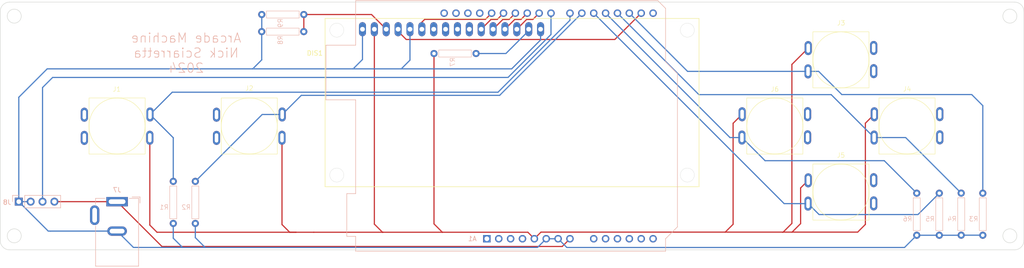
<source format=kicad_pcb>
(kicad_pcb (version 20221018) (generator pcbnew)
  (layers (0 "F.Cu" signal) (31 "B.Cu" signal) (34 "B.Paste" user) (35 "F.Paste" user) (36 "B.SilkS" user "B.Silkscreen") (37 "F.SilkS" user "F.Silkscreen") (38 "B.Mask" user) (39 "F.Mask" user) (44 "Edge.Cuts" user))
  (net 0 "")
  (net 5 "/5V")
  (net 6 "/Black_btn")
  (net 7 "/12V")
  (net 20 "/GND")
  (net 32 "/LED_data")
  (net 33 "/White_btn")
  (net 34 "/Yellow_btn")
  (net 35 "/Red_btn")
  (net 36 "/Green_btn")
  (net 37 "/Blue_btn")
  (net 38 "Net-(DIS1-PadP$15)")
  (net 43 "/RS")
  (net 44 "/EN")
  (net 45 "/DB7")
  (net 46 "/DB6")
  (net 47 "/DB5")
  (net 48 "/DB4")
  (net 49 "/Vo")
  (footprint "Arduino:led_matrix_button" (layer "F.Cu") (at 179.86 40.64)
    (fp_text reference "J5" (at 0 -7.87 unlocked) (layer "F.SilkS") (effects (font (thickness 0.1))))
    (fp_text value "Green Button")
    (fp_rect (start -6 -6) (end 6 6) (stroke (width 0.1)) (fill none) (layer "F.SilkS"))
    (fp_circle (center 0 0) (end 6 0) (stroke (width 0.1)) (fill none) (layer "F.SilkS"))
    (pad "1" thru_hole oval (at -7 -2.51) (size 1.524 3) (drill oval 0.762 2) (layers "*.Cu" "*.Mask") (net 5 "/5V"))
    (pad "2" thru_hole oval (at 7.01 -2.54) (size 1.524 3) (drill oval 0.762 2) (layers "*.Cu" "*.Mask"))
    (pad "3" thru_hole oval (at -7.04 2.47) (size 1.524 3) (drill oval 0.762 2) (layers "*.Cu" "*.Mask") (net 36 "/Green_btn"))
    (pad "4" thru_hole oval (at 7.01 2.42) (size 1.524 3) (drill oval 0.762 2) (layers "*.Cu" "*.Mask"))
  )
  (footprint "Arduino:led_matrix_button" (layer "F.Cu") (at 25 26.51 180)
    (fp_text reference "J1" (at 0.07 7.866 unlocked) (layer "F.SilkS") (effects (font (thickness 0.1))))
    (fp_text value "Black Button")
    (fp_rect (start -6 -6) (end 6 6) (stroke (width 0.1)) (fill none) (layer "F.SilkS"))
    (fp_circle (center 0 0) (end 6 0) (stroke (width 0.1)) (fill none) (layer "F.SilkS"))
    (pad "1" thru_hole oval (at -7 -2.51 180) (size 1.524 3) (drill oval 0.762 2) (layers "*.Cu" "*.Mask") (net 5 "/5V"))
    (pad "2" thru_hole oval (at 7.01 -2.54 180) (size 1.524 3) (drill oval 0.762 2) (layers "*.Cu" "*.Mask"))
    (pad "3" thru_hole oval (at -7.04 2.47 180) (size 1.524 3) (drill oval 0.762 2) (layers "*.Cu" "*.Mask") (net 6 "/Black_btn"))
    (pad "4" thru_hole oval (at 7.01 2.42 180) (size 1.524 3) (drill oval 0.762 2) (layers "*.Cu" "*.Mask"))
  )
  (footprint "Arduino:led_matrix_button" (layer "F.Cu") (at 194 26.51)
    (fp_text reference "J4" (at 0.02 -7.92 unlocked) (layer "F.SilkS") (effects (font (thickness 0.1))))
    (fp_text value "Red Button")
    (fp_rect (start -6 -6) (end 6 6) (stroke (width 0.1)) (fill none) (layer "F.SilkS"))
    (fp_circle (center 0 0) (end 6 0) (stroke (width 0.1)) (fill none) (layer "F.SilkS"))
    (pad "1" thru_hole oval (at -7 -2.51) (size 1.524 3) (drill oval 0.762 2) (layers "*.Cu" "*.Mask") (net 5 "/5V"))
    (pad "2" thru_hole oval (at 7.01 -2.54) (size 1.524 3) (drill oval 0.762 2) (layers "*.Cu" "*.Mask"))
    (pad "3" thru_hole oval (at -7.04 2.47) (size 1.524 3) (drill oval 0.762 2) (layers "*.Cu" "*.Mask") (net 35 "/Red_btn"))
    (pad "4" thru_hole oval (at 7.01 2.42) (size 1.524 3) (drill oval 0.762 2) (layers "*.Cu" "*.Mask"))
  )
  (footprint "Arduino:led_matrix_button" (layer "F.Cu") (at 165.72 26.51)
    (fp_text reference "J6" (at -0.01 -7.86 unlocked) (layer "F.SilkS") (effects (font (thickness 0.1))))
    (fp_text value "Blue Button")
    (fp_rect (start -6 -6) (end 6 6) (stroke (width 0.1)) (fill none) (layer "F.SilkS"))
    (fp_circle (center 0 0) (end 6 0) (stroke (width 0.1)) (fill none) (layer "F.SilkS"))
    (pad "1" thru_hole oval (at -7 -2.51) (size 1.524 3) (drill oval 0.762 2) (layers "*.Cu" "*.Mask") (net 5 "/5V"))
    (pad "2" thru_hole oval (at 7.01 -2.54) (size 1.524 3) (drill oval 0.762 2) (layers "*.Cu" "*.Mask"))
    (pad "3" thru_hole oval (at -7.04 2.47) (size 1.524 3) (drill oval 0.762 2) (layers "*.Cu" "*.Mask") (net 37 "/Blue_btn"))
    (pad "4" thru_hole oval (at 7.01 2.42) (size 1.524 3) (drill oval 0.762 2) (layers "*.Cu" "*.Mask"))
  )
  (footprint "Arduino:led_matrix_button" (layer "F.Cu") (at 53.28 26.51 180)
    (fp_text reference "J2" (at -0.01 8.065999 unlocked) (layer "F.SilkS") (effects (font (thickness 0.1))))
    (fp_text value "White Button")
    (fp_rect (start -6 -6) (end 6 6) (stroke (width 0.1)) (fill none) (layer "F.SilkS"))
    (fp_circle (center 0 0) (end 6 0) (stroke (width 0.1)) (fill none) (layer "F.SilkS"))
    (pad "1" thru_hole oval (at -7 -2.51 180) (size 1.524 3) (drill oval 0.762 2) (layers "*.Cu" "*.Mask") (net 5 "/5V"))
    (pad "2" thru_hole oval (at 7.01 -2.54 180) (size 1.524 3) (drill oval 0.762 2) (layers "*.Cu" "*.Mask"))
    (pad "3" thru_hole oval (at -7.04 2.47 180) (size 1.524 3) (drill oval 0.762 2) (layers "*.Cu" "*.Mask") (net 33 "/White_btn"))
    (pad "4" thru_hole oval (at 7.01 2.42 180) (size 1.524 3) (drill oval 0.762 2) (layers "*.Cu" "*.Mask"))
  )
  (footprint "Arduino:led_matrix_button" (layer "F.Cu") (at 179.86 12.35)
    (fp_text reference "J3" (at 0.035 -7.88 unlocked) (layer "F.SilkS") (effects (font (thickness 0.1))))
    (fp_text value "Yellow Button")
    (fp_rect (start -6 -6) (end 6 6) (stroke (width 0.1)) (fill none) (layer "F.SilkS"))
    (fp_circle (center 0 0) (end 6 0) (stroke (width 0.1)) (fill none) (layer "F.SilkS"))
    (pad "1" thru_hole oval (at -7 -2.51) (size 1.524 3) (drill oval 0.762 2) (layers "*.Cu" "*.Mask") (net 5 "/5V"))
    (pad "2" thru_hole oval (at 7.01 -2.54) (size 1.524 3) (drill oval 0.762 2) (layers "*.Cu" "*.Mask"))
    (pad "3" thru_hole oval (at -7.04 2.47) (size 1.524 3) (drill oval 0.762 2) (layers "*.Cu" "*.Mask") (net 34 "/Yellow_btn"))
    (pad "4" thru_hole oval (at 7.01 2.42) (size 1.524 3) (drill oval 0.762 2) (layers "*.Cu" "*.Mask"))
  )
  (footprint "HD44780:16026-16X2" (layer "F.Cu") (at 69.5 3.5)
    (fp_text reference "DIS1" (at -2.2 7.43) (layer "F.SilkS"))
    (fp_text value "HD44780")
    (fp_line (start 0 0) (end 0 36) (stroke (width 0.127)) (layer "F.SilkS"))
    (fp_line (start 0 0) (end 80 0) (stroke (width 0.127)) (layer "F.SilkS"))
    (fp_line (start 0 36) (end 80 36) (stroke (width 0.127)) (layer "F.SilkS"))
    (fp_line (start 80 36) (end 80 0) (stroke (width 0.127)) (layer "F.SilkS"))
    (fp_circle (center 2.5 2.5) (end 4 2.5) (stroke (width 0.05)) (fill none) (layer "Edge.Cuts"))
    (fp_circle (center 2.5 33.5) (end 4 33.5) (stroke (width 0.05)) (fill none) (layer "Edge.Cuts"))
    (fp_circle (center 77.5 2.5) (end 79 2.5) (stroke (width 0.05)) (fill none) (layer "Edge.Cuts"))
    (fp_circle (center 77.5 33.5) (end 79 33.5) (stroke (width 0.05)) (fill none) (layer "Edge.Cuts"))
    (pad "P$1" thru_hole oval (at 8 2.3) (size 1.508 3.016) (drill 1) (layers "*.Cu" "*.Mask") (net 20 "/GND"))
    (pad "P$2" thru_hole oval (at 10.54 2.3) (size 1.508 3.016) (drill 1) (layers "*.Cu" "*.Mask") (net 5 "/5V"))
    (pad "P$3" thru_hole oval (at 13.08 2.3) (size 1.508 3.016) (drill 1) (layers "*.Cu" "*.Mask") (net 49 "/Vo"))
    (pad "P$4" thru_hole oval (at 15.62 2.3) (size 1.508 3.016) (drill 1) (layers "*.Cu" "*.Mask") (net 43 "/RS"))
    (pad "P$5" thru_hole oval (at 18.16 2.3) (size 1.508 3.016) (drill 1) (layers "*.Cu" "*.Mask") (net 20 "/GND"))
    (pad "P$6" thru_hole oval (at 20.7 2.3) (size 1.508 3.016) (drill 1) (layers "*.Cu" "*.Mask") (net 44 "/EN"))
    (pad "P$7" thru_hole oval (at 23.24 2.3) (size 1.508 3.016) (drill 1) (layers "*.Cu" "*.Mask"))
    (pad "P$8" thru_hole oval (at 25.78 2.3) (size 1.508 3.016) (drill 1) (layers "*.Cu" "*.Mask"))
    (pad "P$9" thru_hole oval (at 28.32 2.3) (size 1.508 3.016) (drill 1) (layers "*.Cu" "*.Mask"))
    (pad "P$10" thru_hole oval (at 30.86 2.3) (size 1.508 3.016) (drill 1) (layers "*.Cu" "*.Mask"))
    (pad "P$11" thru_hole oval (at 33.4 2.3) (size 1.508 3.016) (drill 1) (layers "*.Cu" "*.Mask") (net 48 "/DB4"))
    (pad "P$12" thru_hole oval (at 35.94 2.3) (size 1.508 3.016) (drill 1) (layers "*.Cu" "*.Mask") (net 47 "/DB5"))
    (pad "P$13" thru_hole oval (at 38.48 2.3) (size 1.508 3.016) (drill 1) (layers "*.Cu" "*.Mask") (net 46 "/DB6"))
    (pad "P$14" thru_hole oval (at 41.02 2.3) (size 1.508 3.016) (drill 1) (layers "*.Cu" "*.Mask") (net 45 "/DB7"))
    (pad "P$15" thru_hole oval (at 43.56 2.3) (size 1.508 3.016) (drill 1) (layers "*.Cu" "*.Mask") (net 38 "Net-(DIS1-PadP$15)"))
    (pad "P$16" thru_hole oval (at 46.1 2.3) (size 1.508 3.016) (drill 1) (layers "*.Cu" "*.Mask") (net 20 "/GND"))
  )
  (footprint "Connector_BarrelJack:BarrelJack_GCT_DCJ200-10-A_Horizontal" (layer "B.Cu") (at 25 42.69 180)
    (fp_text reference "J7" (at 0 2.5) (layer "B.SilkS") (effects (justify mirror)))
    (fp_text value "Barrel_Jack")
    (fp_line (start -4.9 1) (end -4.9 -0.3) (stroke (width 0.12)) (layer "B.SilkS"))
    (fp_line (start -4.6 -13.8) (end -4.6 0.7) (stroke (width 0.12)) (layer "B.SilkS"))
    (fp_line (start -4.6 0.7) (end -2.6 0.7) (stroke (width 0.12)) (layer "B.SilkS"))
    (fp_line (start -3.2 1) (end -4.9 1) (stroke (width 0.12)) (layer "B.SilkS"))
    (fp_line (start 2.6 0.7) (end 4.6 0.7) (stroke (width 0.12)) (layer "B.SilkS"))
    (fp_line (start 4.6 -13.8) (end -4.6 -13.8) (stroke (width 0.12)) (layer "B.SilkS"))
    (fp_line (start 4.6 -5.2) (end 4.6 -13.8) (stroke (width 0.12)) (layer "B.SilkS"))
    (fp_line (start 4.6 0.7) (end 4.6 -0.6) (stroke (width 0.12)) (layer "B.SilkS"))
    (pad "1" thru_hole rect (at 0 0 180) (size 4.6 2) (drill oval 3.6 1) (layers "*.Cu" "*.Mask") (net 7 "/12V"))
    (pad "2" thru_hole oval (at 0 -6.3 180) (size 4.2 2) (drill oval 3.2 1) (layers "*.Cu" "*.Mask") (net 20 "/GND"))
    (pad "3" thru_hole oval (at 4.8 -2.9 180) (size 2 4.2) (drill oval 1 3.2) (layers "*.Cu" "*.Mask"))
  )
  (footprint "Arduino:resistor" (layer "B.Cu") (at 60.44 6.315 -90)
    (fp_text reference "R8" (at 1.815 0.51 90 unlocked) (layer "B.SilkS") (effects (font (thickness 0.1)) (justify mirror)))
    (fp_text value "6.8K")
    (fp_rect (start -0.75 3.5) (end 0.75 -3.5) (stroke (width 0.1)) (fill none) (layer "B.SilkS"))
    (pad "1" thru_hole circle (at 0 4.5 270) (size 1.524 1.524) (drill 0.762) (layers "*.Cu" "*.Mask") (net 20 "/GND"))
    (pad "2" thru_hole circle (at 0 -4.5 270) (size 1.524 1.524) (drill 0.762) (layers "*.Cu" "*.Mask") (net 49 "/Vo"))
  )
  (footprint "Arduino:resistor" (layer "B.Cu") (at 41.74 42.85)
    (fp_text reference "R2" (at -1.97 1.04 unlocked) (layer "B.SilkS") (effects (font (thickness 0.1)) (justify mirror)))
    (fp_text value "220")
    (fp_rect (start -0.75 3.5) (end 0.75 -3.5) (stroke (width 0.1)) (fill none) (layer "B.SilkS"))
    (pad "1" thru_hole circle (at 0 4.5) (size 1.524 1.524) (drill 0.762) (layers "*.Cu" "*.Mask") (net 20 "/GND"))
    (pad "2" thru_hole circle (at 0 -4.5) (size 1.524 1.524) (drill 0.762) (layers "*.Cu" "*.Mask") (net 33 "/White_btn"))
  )
  (footprint "Connector_PinHeader_2.54mm:PinHeader_1x04_P2.54mm_Vertical" (layer "B.Cu") (at 3.97 42.69 -90)
    (fp_text reference "J8" (at 0.14 2.51 -180) (layer "B.SilkS") (effects (justify mirror)))
    (fp_text value "LED Strip")
    (fp_line (start -1.33 -8.95) (end 1.33 -8.95) (stroke (width 0.12)) (layer "B.SilkS"))
    (fp_line (start -1.33 -1.27) (end -1.33 -8.95) (stroke (width 0.12)) (layer "B.SilkS"))
    (fp_line (start -1.33 -1.27) (end 1.33 -1.27) (stroke (width 0.12)) (layer "B.SilkS"))
    (fp_line (start -1.33 0) (end -1.33 1.33) (stroke (width 0.12)) (layer "B.SilkS"))
    (fp_line (start -1.33 1.33) (end 0 1.33) (stroke (width 0.12)) (layer "B.SilkS"))
    (fp_line (start 1.33 -1.27) (end 1.33 -8.95) (stroke (width 0.12)) (layer "B.SilkS"))
    (pad "1" thru_hole rect (at 0 0 270) (size 1.7 1.7) (drill 1) (layers "*.Cu" "*.Mask") (net 20 "/GND"))
    (pad "2" thru_hole oval (at 0 -2.54 270) (size 1.7 1.7) (drill 1) (layers "*.Cu" "*.Mask") (net 20 "/GND"))
    (pad "3" thru_hole oval (at 0 -5.08 270) (size 1.7 1.7) (drill 1) (layers "*.Cu" "*.Mask") (net 32 "/LED_data"))
    (pad "4" thru_hole oval (at 0 -7.62 270) (size 1.7 1.7) (drill 1) (layers "*.Cu" "*.Mask") (net 7 "/12V"))
  )
  (footprint "Arduino:resistor" (layer "B.Cu") (at 196.08 45.38)
    (fp_text reference "R6" (at -1.97 1.02 unlocked) (layer "B.SilkS") (effects (font (thickness 0.1)) (justify mirror)))
    (fp_text value "220")
    (fp_rect (start -0.75 3.5) (end 0.75 -3.5) (stroke (width 0.1)) (fill none) (layer "B.SilkS"))
    (pad "1" thru_hole circle (at 0 4.5) (size 1.524 1.524) (drill 0.762) (layers "*.Cu" "*.Mask") (net 20 "/GND"))
    (pad "2" thru_hole circle (at 0 -4.5) (size 1.524 1.524) (drill 0.762) (layers "*.Cu" "*.Mask") (net 37 "/Blue_btn"))
  )
  (footprint "Arduino:resistor" (layer "B.Cu") (at 97.3 11 -90)
    (fp_text reference "R7" (at 1.815 0.51 90 unlocked) (layer "B.SilkS") (effects (font (thickness 0.1)) (justify mirror)))
    (fp_text value "220")
    (fp_rect (start -0.75 3.5) (end 0.75 -3.5) (stroke (width 0.1)) (fill none) (layer "B.SilkS"))
    (pad "1" thru_hole circle (at 0 4.5 270) (size 1.524 1.524) (drill 0.762) (layers "*.Cu" "*.Mask") (net 5 "/5V"))
    (pad "2" thru_hole circle (at 0 -4.5 270) (size 1.524 1.524) (drill 0.762) (layers "*.Cu" "*.Mask") (net 38 "Net-(DIS1-PadP$15)"))
  )
  (footprint "Module:Arduino_UNO_R3" (layer "B.Cu") (at 104.11 50.625)
    (fp_text reference "A1" (at -3.11 -0.005 180) (layer "B.SilkS") (effects (justify mirror)))
    (fp_text value "Arduino_UNO_R3")
    (fp_line (start -34.42 -41.4) (end -28.07 -41.4) (stroke (width 0.12)) (layer "B.SilkS"))
    (fp_line (start -34.42 -29.72) (end -34.42 -41.4) (stroke (width 0.12)) (layer "B.SilkS"))
    (fp_line (start -29.97 -9.65) (end -28.07 -9.65) (stroke (width 0.12)) (layer "B.SilkS"))
    (fp_line (start -29.97 -0.51) (end -29.97 -9.65) (stroke (width 0.12)) (layer "B.SilkS"))
    (fp_line (start -28.07 -50.93) (end 36.58 -50.93) (stroke (width 0.12)) (layer "B.SilkS"))
    (fp_line (start -28.07 -41.4) (end -28.07 -50.93) (stroke (width 0.12)) (layer "B.SilkS"))
    (fp_line (start -28.07 -29.72) (end -34.42 -29.72) (stroke (width 0.12)) (layer "B.SilkS"))
    (fp_line (start -28.07 -9.65) (end -28.07 -29.72) (stroke (width 0.12)) (layer "B.SilkS"))
    (fp_line (start -28.07 -0.51) (end -29.97 -0.51) (stroke (width 0.12)) (layer "B.SilkS"))
    (fp_line (start -28.07 2.67) (end -28.07 -0.51) (stroke (width 0.12)) (layer "B.SilkS"))
    (fp_line (start 36.58 -50.93) (end 38.23 -49.28) (stroke (width 0.12)) (layer "B.SilkS"))
    (fp_line (start 38.23 -49.28) (end 38.23 -37.85) (stroke (width 0.12)) (layer "B.SilkS"))
    (fp_line (start 38.23 -37.85) (end 40.77 -35.31) (stroke (width 0.12)) (layer "B.SilkS"))
    (fp_line (start 38.23 0) (end 38.23 2.67) (stroke (width 0.12)) (layer "B.SilkS"))
    (fp_line (start 38.23 2.67) (end -28.07 2.67) (stroke (width 0.12)) (layer "B.SilkS"))
    (fp_line (start 40.77 -35.31) (end 40.77 -2.54) (stroke (width 0.12)) (layer "B.SilkS"))
    (fp_line (start 40.77 -2.54) (end 38.23 0) (stroke (width 0.12)) (layer "B.SilkS"))
    (pad "1" thru_hole rect (at 0 0 270) (size 1.6 1.6) (drill 1) (layers "*.Cu" "*.Mask"))
    (pad "2" thru_hole oval (at 2.54 0 270) (size 1.6 1.6) (drill 1) (layers "*.Cu" "*.Mask"))
    (pad "3" thru_hole oval (at 5.08 0 270) (size 1.6 1.6) (drill 1) (layers "*.Cu" "*.Mask"))
    (pad "4" thru_hole oval (at 7.62 0 270) (size 1.6 1.6) (drill 1) (layers "*.Cu" "*.Mask"))
    (pad "5" thru_hole oval (at 10.16 0 270) (size 1.6 1.6) (drill 1) (layers "*.Cu" "*.Mask") (net 5 "/5V"))
    (pad "6" thru_hole oval (at 12.7 0 270) (size 1.6 1.6) (drill 1) (layers "*.Cu" "*.Mask") (net 20 "/GND"))
    (pad "7" thru_hole oval (at 15.24 0 270) (size 1.6 1.6) (drill 1) (layers "*.Cu" "*.Mask") (net 20 "/GND"))
    (pad "8" thru_hole oval (at 17.78 0 270) (size 1.6 1.6) (drill 1) (layers "*.Cu" "*.Mask") (net 7 "/12V"))
    (pad "9" thru_hole oval (at 22.86 0 270) (size 1.6 1.6) (drill 1) (layers "*.Cu" "*.Mask"))
    (pad "10" thru_hole oval (at 25.4 0 270) (size 1.6 1.6) (drill 1) (layers "*.Cu" "*.Mask"))
    (pad "11" thru_hole oval (at 27.94 0 270) (size 1.6 1.6) (drill 1) (layers "*.Cu" "*.Mask"))
    (pad "12" thru_hole oval (at 30.48 0 270) (size 1.6 1.6) (drill 1) (layers "*.Cu" "*.Mask"))
    (pad "13" thru_hole oval (at 33.02 0 270) (size 1.6 1.6) (drill 1) (layers "*.Cu" "*.Mask"))
    (pad "14" thru_hole oval (at 35.56 0 270) (size 1.6 1.6) (drill 1) (layers "*.Cu" "*.Mask"))
    (pad "15" thru_hole oval (at 35.56 -48.26 270) (size 1.6 1.6) (drill 1) (layers "*.Cu" "*.Mask"))
    (pad "16" thru_hole oval (at 33.02 -48.26 270) (size 1.6 1.6) (drill 1) (layers "*.Cu" "*.Mask") (net 43 "/RS"))
    (pad "17" thru_hole oval (at 30.48 -48.26 270) (size 1.6 1.6) (drill 1) (layers "*.Cu" "*.Mask") (net 34 "/Yellow_btn"))
    (pad "18" thru_hole oval (at 27.94 -48.26 270) (size 1.6 1.6) (drill 1) (layers "*.Cu" "*.Mask") (net 35 "/Red_btn"))
    (pad "19" thru_hole oval (at 25.4 -48.26 270) (size 1.6 1.6) (drill 1) (layers "*.Cu" "*.Mask") (net 37 "/Blue_btn"))
    (pad "20" thru_hole oval (at 22.86 -48.26 270) (size 1.6 1.6) (drill 1) (layers "*.Cu" "*.Mask") (net 36 "/Green_btn"))
    (pad "21" thru_hole oval (at 20.32 -48.26 270) (size 1.6 1.6) (drill 1) (layers "*.Cu" "*.Mask") (net 33 "/White_btn"))
    (pad "22" thru_hole oval (at 17.78 -48.26 270) (size 1.6 1.6) (drill 1) (layers "*.Cu" "*.Mask") (net 6 "/Black_btn"))
    (pad "23" thru_hole oval (at 13.72 -48.26 270) (size 1.6 1.6) (drill 1) (layers "*.Cu" "*.Mask") (net 32 "/LED_data"))
    (pad "24" thru_hole oval (at 11.18 -48.26 270) (size 1.6 1.6) (drill 1) (layers "*.Cu" "*.Mask") (net 45 "/DB7"))
    (pad "25" thru_hole oval (at 8.64 -48.26 270) (size 1.6 1.6) (drill 1) (layers "*.Cu" "*.Mask") (net 46 "/DB6"))
    (pad "26" thru_hole oval (at 6.1 -48.26 270) (size 1.6 1.6) (drill 1) (layers "*.Cu" "*.Mask") (net 47 "/DB5"))
    (pad "27" thru_hole oval (at 3.56 -48.26 270) (size 1.6 1.6) (drill 1) (layers "*.Cu" "*.Mask") (net 48 "/DB4"))
    (pad "28" thru_hole oval (at 1.02 -48.26 270) (size 1.6 1.6) (drill 1) (layers "*.Cu" "*.Mask") (net 44 "/EN"))
    (pad "29" thru_hole oval (at -1.52 -48.26 270) (size 1.6 1.6) (drill 1) (layers "*.Cu" "*.Mask"))
    (pad "30" thru_hole oval (at -4.06 -48.26 270) (size 1.6 1.6) (drill 1) (layers "*.Cu" "*.Mask"))
    (pad "31" thru_hole oval (at -6.6 -48.26 270) (size 1.6 1.6) (drill 1) (layers "*.Cu" "*.Mask"))
    (pad "32" thru_hole oval (at -9.14 -48.26 270) (size 1.6 1.6) (drill 1) (layers "*.Cu" "*.Mask"))
  )
  (footprint "Arduino:resistor" (layer "B.Cu") (at 37.02 42.85)
    (fp_text reference "R1" (at -1.97 1.04 unlocked) (layer "B.SilkS") (effects (font (thickness 0.1)) (justify mirror)))
    (fp_text value "220")
    (fp_rect (start -0.75 3.5) (end 0.75 -3.5) (stroke (width 0.1)) (fill none) (layer "B.SilkS"))
    (pad "1" thru_hole circle (at 0 4.5) (size 1.524 1.524) (drill 0.762) (layers "*.Cu" "*.Mask") (net 20 "/GND"))
    (pad "2" thru_hole circle (at 0 -4.5) (size 1.524 1.524) (drill 0.762) (layers "*.Cu" "*.Mask") (net 6 "/Black_btn"))
  )
  (footprint "Arduino:resistor" (layer "B.Cu") (at 60.45 2.655 -90)
    (fp_text reference "R9" (at 1.815 0.51 90 unlocked) (layer "B.SilkS") (effects (font (thickness 0.1)) (justify mirror)))
    (fp_text value "6.8K")
    (fp_rect (start -0.75 3.5) (end 0.75 -3.5) (stroke (width 0.1)) (fill none) (layer "B.SilkS"))
    (pad "1" thru_hole circle (at 0 4.5 270) (size 1.524 1.524) (drill 0.762) (layers "*.Cu" "*.Mask") (net 20 "/GND"))
    (pad "2" thru_hole circle (at 0 -4.5 270) (size 1.524 1.524) (drill 0.762) (layers "*.Cu" "*.Mask") (net 49 "/Vo"))
  )
  (footprint "Arduino:resistor" (layer "B.Cu") (at 205.59 45.365)
    (fp_text reference "R4" (at -1.97 1.02 unlocked) (layer "B.SilkS") (effects (font (thickness 0.1)) (justify mirror)))
    (fp_text value "220")
    (fp_rect (start -0.75 3.5) (end 0.75 -3.5) (stroke (width 0.1)) (fill none) (layer "B.SilkS"))
    (pad "1" thru_hole circle (at 0 4.5) (size 1.524 1.524) (drill 0.762) (layers "*.Cu" "*.Mask") (net 20 "/GND"))
    (pad "2" thru_hole circle (at 0 -4.5) (size 1.524 1.524) (drill 0.762) (layers "*.Cu" "*.Mask") (net 35 "/Red_btn"))
  )
  (footprint "Arduino:resistor" (layer "B.Cu") (at 210.21 45.38)
    (fp_text reference "R3" (at -1.97 1.02 unlocked) (layer "B.SilkS") (effects (font (thickness 0.1)) (justify mirror)))
    (fp_text value "220")
    (fp_rect (start -0.75 3.5) (end 0.75 -3.5) (stroke (width 0.1)) (fill none) (layer "B.SilkS"))
    (pad "1" thru_hole circle (at 0 4.5) (size 1.524 1.524) (drill 0.762) (layers "*.Cu" "*.Mask") (net 20 "/GND"))
    (pad "2" thru_hole circle (at 0 -4.5) (size 1.524 1.524) (drill 0.762) (layers "*.Cu" "*.Mask") (net 34 "/Yellow_btn"))
  )
  (footprint "Arduino:resistor" (layer "B.Cu") (at 200.9 45.38)
    (fp_text reference "R5" (at -1.97 1.02 unlocked) (layer "B.SilkS") (effects (font (thickness 0.1)) (justify mirror)))
    (fp_text value "220")
    (fp_rect (start -0.75 3.5) (end 0.75 -3.5) (stroke (width 0.1)) (fill none) (layer "B.SilkS"))
    (pad "1" thru_hole circle (at 0 4.5) (size 1.524 1.524) (drill 0.762) (layers "*.Cu" "*.Mask") (net 20 "/GND"))
    (pad "2" thru_hole circle (at 0 -4.5) (size 1.524 1.524) (drill 0.762) (layers "*.Cu" "*.Mask") (net 36 "/Green_btn"))
  )
  (gr_circle (center 3 3) (end 4.5 3) (stroke (width 0.1)) (fill none) (layer "Edge.Cuts"))
  (gr_circle (center 216 50) (end 217.5 50) (stroke (width 0.1)) (fill none) (layer "Edge.Cuts"))
  (gr_circle (center 216 3) (end 217.5 3) (stroke (width 0.1)) (fill none) (layer "Edge.Cuts"))
  (gr_arc (start 0 2) (mid 0.585786 0.585786) (end 2 0) (stroke (width 0.1)) (layer "Edge.Cuts"))
  (gr_arc (start 2 53) (mid 0.585786 52.414214) (end 0 51) (stroke (width 0.1)) (layer "Edge.Cuts"))
  (gr_arc (start 217 0) (mid 218.414214 0.585786) (end 219 2) (stroke (width 0.1)) (layer "Edge.Cuts"))
  (gr_line (start 2 53) (end 217 53) (stroke (width 0.1)) (layer "Edge.Cuts"))
  (gr_circle (center 3 50) (end 4.5 50) (stroke (width 0.1)) (fill none) (layer "Edge.Cuts"))
  (gr_line (start 0 2) (end 0 51) (stroke (width 0.1)) (layer "Edge.Cuts"))
  (gr_line (start 219 51) (end 219 2) (stroke (width 0.1)) (layer "Edge.Cuts"))
  (gr_line (start 217 0) (end 2 0) (stroke (width 0.1)) (layer "Edge.Cuts"))
  (gr_arc (start 219 51) (mid 218.414214 52.414214) (end 217 53) (stroke (width 0.1)) (layer "Edge.Cuts"))
  (gr_text "Arcade Machine\nNick Sciarretta\n2024" (at 39.77 15.27) (layer "B.SilkS") (effects (font (size 2 2)) (justify bottom mirror)))
  (segment (start 158.72 24) (end 156.79 25.93) (width 0.25) (layer "F.Cu") (net 5))
  (segment (start 185.09 47.56) (end 183.44 49.21) (width 0.25) (layer "F.Cu") (net 5))
  (segment (start 33.54 49.24) (end 63.26 49.24) (width 0.25) (layer "F.Cu") (net 5))
  (segment (start 32 47.7) (end 33.54 49.24) (width 0.25) (layer "F.Cu") (net 5))
  (segment (start 172.86 9.86) (end 172.86 9.84) (width 0.25) (layer "F.Cu") (net 5))
  (segment (start 92.8 47.45) (end 94.59 49.24) (width 0.25) (layer "F.Cu") (net 5))
  (segment (start 63.26 49.24) (end 67.07 49.24) (width 0.25) (layer "F.Cu") (net 5))
  (segment (start 156.79 47.53) (end 155.11 49.21) (width 0.25) (layer "F.Cu") (net 5))
  (segment (start 81.78 49.24) (end 81.85 49.24) (width 0.25) (layer "F.Cu") (net 5))
  (segment (start 172.86 38.13) (end 171.23 39.76) (width 0.25) (layer "F.Cu") (net 5))
  (segment (start 112.885 49.24) (end 94.59 49.24) (width 0.25) (layer "F.Cu") (net 5))
  (segment (start 183.44 49.21) (end 169.41 49.21) (width 0.25) (layer "F.Cu") (net 5))
  (segment (start 167.5 49.21) (end 167.34 49.21) (width 0.25) (layer "F.Cu") (net 5))
  (segment (start 171.23 47.39) (end 169.41 49.21) (width 0.25) (layer "F.Cu") (net 5))
  (segment (start 92.8 11) (end 92.8 47.45) (width 0.25) (layer "F.Cu") (net 5))
  (segment (start 60.28 47.59) (end 61.93 49.24) (width 0.25) (layer "F.Cu") (net 5))
  (segment (start 115.685 49.21) (end 114.27 50.625) (width 0.25) (layer "F.Cu") (net 5))
  (segment (start 94.59 49.24) (end 81.85 49.24) (width 0.25) (layer "F.Cu") (net 5))
  (segment (start 60.28 29.02) (end 60.28 47.59) (width 0.25) (layer "F.Cu") (net 5))
  (segment (start 185.09 25.91) (end 185.09 47.56) (width 0.25) (layer "F.Cu") (net 5))
  (segment (start 171.23 39.76) (end 171.23 47.39) (width 0.25) (layer "F.Cu") (net 5))
  (segment (start 80.04 5.8) (end 80.04 47.5) (width 0.25) (layer "F.Cu") (net 5))
  (segment (start 81.85 49.24) (end 67.07 49.24) (width 0.25) (layer "F.Cu") (net 5))
  (segment (start 169.37 47.34) (end 167.5 49.21) (width 0.25) (layer "F.Cu") (net 5))
  (segment (start 156.79 25.93) (end 156.79 47.53) (width 0.25) (layer "F.Cu") (net 5))
  (segment (start 187 24) (end 185.09 25.91) (width 0.25) (layer "F.Cu") (net 5))
  (segment (start 114.27 50.625) (end 112.885 49.24) (width 0.25) (layer "F.Cu") (net 5))
  (segment (start 32 29.02) (end 32 47.7) (width 0.25) (layer "F.Cu") (net 5))
  (segment (start 61.93 49.24) (end 63.26 49.24) (width 0.25) (layer "F.Cu") (net 5))
  (segment (start 155.11 49.21) (end 115.685 49.21) (width 0.25) (layer "F.Cu") (net 5))
  (segment (start 169.37 13.33) (end 169.37 47.34) (width 0.25) (layer "F.Cu") (net 5))
  (segment (start 169.41 49.21) (end 167.34 49.21) (width 0.25) (layer "F.Cu") (net 5))
  (segment (start 172.86 9.84) (end 169.37 13.33) (width 0.25) (layer "F.Cu") (net 5))
  (segment (start 186.99 24) (end 187 24) (width 0.25) (layer "F.Cu") (net 5))
  (segment (start 80.04 47.5) (end 81.78 49.24) (width 0.25) (layer "F.Cu") (net 5))
  (segment (start 167.34 49.21) (end 155.11 49.21) (width 0.25) (layer "F.Cu") (net 5))
  (segment (start 80.04 5.8) (end 80.04 5.9) (width 0.25) (layer "B.Cu") (net 5))
  (segment (start 80.04 6.15) (end 80.04 5.8) (width 0.25) (layer "B.Cu") (net 5))
  (segment (start 32.04 24.04) (end 37.02 29.02) (width 0.25) (layer "B.Cu") (net 6))
  (segment (start 32.04 24.04) (end 36.8 19.28) (width 0.25) (layer "B.Cu") (net 6))
  (segment (start 36.8 19.28) (end 106.49 19.28) (width 0.25) (layer "B.Cu") (net 6))
  (segment (start 106.49 19.28) (end 121.89 3.88) (width 0.25) (layer "B.Cu") (net 6))
  (segment (start 37.02 29.02) (end 37.02 38.35) (width 0.25) (layer "B.Cu") (net 6))
  (segment (start 121.89 3.88) (end 121.89 2.365) (width 0.25) (layer "B.Cu") (net 6))
  (segment (start 34.59 52.28) (end 35.51 52.28) (width 0.25) (layer "F.Cu") (net 7))
  (segment (start 25 42.69) (end 34.59 52.28) (width 0.25) (layer "F.Cu") (net 7))
  (segment (start 25 42.69) (end 11.59 42.69) (width 0.25) (layer "F.Cu") (net 7))
  (segment (start 120.235 52.28) (end 121.89 50.625) (width 0.25) (layer "F.Cu") (net 7))
  (segment (start 35.51 52.28) (end 120.235 52.28) (width 0.25) (layer "F.Cu") (net 7))
  (segment (start 3.97 42.69) (end 3.97 20.36) (width 0.25) (layer "B.Cu") (net 20))
  (segment (start 210.175 49.875) (end 210.19 49.89) (width 0.25) (layer "B.Cu") (net 20))
  (segment (start 3.97 20.36) (end 10.05 14.28) (width 0.25) (layer "B.Cu") (net 20))
  (segment (start 205.59 49.865) (end 210.195 49.865) (width 0.25) (layer "B.Cu") (net 20))
  (segment (start 119.35 50.625) (end 121.225 52.5) (width 0.25) (layer "B.Cu") (net 20))
  (segment (start 10.27 48.99) (end 10.77 48.99) (width 0.25) (layer "B.Cu") (net 20))
  (segment (start 87.66 12.42) (end 85.8 14.28) (width 0.25) (layer "B.Cu") (net 20))
  (segment (start 37.02 50.51) (end 37.02 47.35) (width 0.25) (layer "B.Cu") (net 20))
  (segment (start 55.94 6.315) (end 55.94 12.36) (width 0.25) (layer "B.Cu") (net 20))
  (segment (start 115.6 8.1) (end 115.6 5.8) (width 0.25) (layer "B.Cu") (net 20))
  (segment (start 77.5 5.8) (end 77.5 5.34) (width 0.25) (layer "B.Cu") (net 20))
  (segment (start 116.81 50.625) (end 114.945 52.49) (width 0.25) (layer "B.Cu") (net 20))
  (segment (start 43.84 52.49) (end 43.66 52.49) (width 0.25) (layer "B.Cu") (net 20))
  (segment (start 43.66 52.49) (end 39 52.49) (width 0.25) (layer "B.Cu") (net 20))
  (segment (start 119.35 50.625) (end 116.81 50.625) (width 0.25) (layer "B.Cu") (net 20))
  (segment (start 54.02 14.28) (end 75.5 14.28) (width 0.25) (layer "B.Cu") (net 20))
  (segment (start 77.5 5.8) (end 77.5 12.28) (width 0.25) (layer "B.Cu") (net 20))
  (segment (start 200.9 49.88) (end 205.575 49.88) (width 0.25) (layer "B.Cu") (net 20))
  (segment (start 85.8 14.28) (end 109.42 14.28) (width 0.25) (layer "B.Cu") (net 20))
  (segment (start 39 52.49) (end 28.96 52.49) (width 0.25) (layer "B.Cu") (net 20))
  (segment (start 193.46 52.5) (end 196.08 49.88) (width 0.25) (layer "B.Cu") (net 20))
  (segment (start 28.5 52.49) (end 28.96 52.49) (width 0.25) (layer "B.Cu") (net 20))
  (segment (start 3.97 42.69) (end 6.51 42.69) (width 0.25) (layer "B.Cu") (net 20))
  (segment (start 114.945 52.49) (end 43.84 52.49) (width 0.25) (layer "B.Cu") (net 20))
  (segment (start 196.08 49.88) (end 200.9 49.88) (width 0.25) (layer "B.Cu") (net 20))
  (segment (start 210.195 49.865) (end 210.21 49.88) (width 0.25) (layer "B.Cu") (net 20))
  (segment (start 87.66 5.43) (end 87.66 5.8) (width 0.25) (layer "B.Cu") (net 20))
  (segment (start 205.555 49.89) (end 205.57 49.875) (width 0.25) (layer "B.Cu") (net 20))
  (segment (start 87.66 5.8) (end 87.66 12.42) (width 0.25) (layer "B.Cu") (net 20))
  (segment (start 55.95 2.655) (end 55.95 6.305) (width 0.25) (layer "B.Cu") (net 20))
  (segment (start 77.5 12.28) (end 75.5 14.28) (width 0.25) (layer "B.Cu") (net 20))
  (segment (start 37.02 50.51) (end 39 52.49) (width 0.25) (layer "B.Cu") (net 20))
  (segment (start 196.06 49.89) (end 196.05 49.89) (width 0.25) (layer "B.Cu") (net 20))
  (segment (start 55.94 12.36) (end 54.02 14.28) (width 0.25) (layer "B.Cu") (net 20))
  (segment (start 25 48.99) (end 10.77 48.99) (width 0.25) (layer "B.Cu") (net 20))
  (segment (start 55.95 6.305) (end 55.94 6.315) (width 0.25) (layer "B.Cu") (net 20))
  (segment (start 205.575 49.88) (end 205.59 49.865) (width 0.25) (layer "B.Cu") (net 20))
  (segment (start 75.5 14.28) (end 85.8 14.28) (width 0.25) (layer "B.Cu") (net 20))
  (segment (start 43.84 52.49) (end 41.74 50.39) (width 0.25) (layer "B.Cu") (net 20))
  (segment (start 41.74 50.39) (end 41.74 47.35) (width 0.25) (layer "B.Cu") (net 20))
  (segment (start 25 48.99) (end 28.5 52.49) (width 0.25) (layer "B.Cu") (net 20))
  (segment (start 109.42 14.28) (end 115.6 8.1) (width 0.25) (layer "B.Cu") (net 20))
  (segment (start 10.05 14.28) (end 54.02 14.28) (width 0.25) (layer "B.Cu") (net 20))
  (segment (start 3.97 42.69) (end 10.27 48.99) (width 0.25) (layer "B.Cu") (net 20))
  (segment (start 121.225 52.5) (end 193.46 52.5) (width 0.25) (layer "B.Cu") (net 20))
  (segment (start 9.05 42.69) (end 9.05 18.28) (width 0.25) (layer "B.Cu") (net 32))
  (segment (start 108.63 16.12) (end 117.83 6.92) (width 0.25) (layer "B.Cu") (net 32))
  (segment (start 117.83 6.92) (end 117.83 2.365) (width 0.25) (layer "B.Cu") (net 32))
  (segment (start 11.21 16.12) (end 108.63 16.12) (width 0.25) (layer "B.Cu") (net 32))
  (segment (start 9.05 18.28) (end 11.21 16.12) (width 0.25) (layer "B.Cu") (net 32))
  (segment (start 60.32 24.04) (end 64.41 19.95) (width 0.25) (layer "B.Cu") (net 33))
  (segment (start 64.41 19.95) (end 106.845 19.95) (width 0.25) (layer "B.Cu") (net 33))
  (segment (start 41.74 38.35) (end 56.05 24.04) (width 0.25) (layer "B.Cu") (net 33))
  (segment (start 56.05 24.04) (end 60.32 24.04) (width 0.25) (layer "B.Cu") (net 33))
  (segment (start 106.845 19.95) (end 124.43 2.365) (width 0.25) (layer "B.Cu") (net 33))
  (segment (start 172.86 14.35) (end 172.86 14.33) (width 0.25) (layer "F.Cu") (net 34))
  (segment (start 147.05 14.82) (end 134.595 2.365) (width 0.25) (layer "B.Cu") (net 34))
  (segment (start 207.84 19.78) (end 180.05 19.78) (width 0.25) (layer "B.Cu") (net 34))
  (segment (start 180.05 19.78) (end 175.09 14.82) (width 0.25) (layer "B.Cu") (net 34))
  (segment (start 172.82 14.82) (end 147.05 14.82) (width 0.25) (layer "B.Cu") (net 34))
  (segment (start 134.595 2.365) (end 134.59 2.365) (width 0.25) (layer "B.Cu") (net 34))
  (segment (start 210.21 22.15) (end 207.84 19.78) (width 0.25) (layer "B.Cu") (net 34))
  (segment (start 210.21 40.88) (end 210.21 22.15) (width 0.25) (layer "B.Cu") (net 34))
  (segment (start 175.09 14.82) (end 172.82 14.82) (width 0.25) (layer "B.Cu") (net 34))
  (segment (start 149.47 19.79) (end 132.05 2.37) (width 0.25) (layer "B.Cu") (net 35))
  (segment (start 205.59 40.865) (end 193.705 28.98) (width 0.25) (layer "B.Cu") (net 35))
  (segment (start 186.96 28.98) (end 177.77 19.79) (width 0.25) (layer "B.Cu") (net 35))
  (segment (start 132.05 2.37) (end 132.05 2.365) (width 0.25) (layer "B.Cu") (net 35))
  (segment (start 177.77 19.79) (end 149.47 19.79) (width 0.25) (layer "B.Cu") (net 35))
  (segment (start 193.705 28.98) (end 186.96 28.98) (width 0.25) (layer "B.Cu") (net 35))
  (segment (start 126.97 2.37) (end 126.97 2.365) (width 0.25) (layer "B.Cu") (net 36))
  (segment (start 172.82 43.11) (end 167.71 43.11) (width 0.25) (layer "B.Cu") (net 36))
  (segment (start 196.34 45.45) (end 175.18 45.45) (width 0.25) (layer "B.Cu") (net 36))
  (segment (start 200.9 40.89) (end 196.34 45.45) (width 0.25) (layer "B.Cu") (net 36))
  (segment (start 175.18 45.45) (end 172.84 43.11) (width 0.25) (layer "B.Cu") (net 36))
  (segment (start 167.71 43.11) (end 126.97 2.37) (width 0.25) (layer "B.Cu") (net 36))
  (segment (start 158.73 28.49) (end 158.72 28.49) (width 0.25) (layer "F.Cu") (net 37))
  (segment (start 158.68 28.98) (end 156.12 28.98) (width 0.25) (layer "B.Cu") (net 37))
  (segment (start 129.51 2.37) (end 129.51 2.365) (width 0.25) (layer "B.Cu") (net 37))
  (segment (start 156.12 28.98) (end 129.51 2.37) (width 0.25) (layer "B.Cu") (net 37))
  (segment (start 196.08 40.88) (end 189.13 33.93) (width 0.25) (layer "B.Cu") (net 37))
  (segment (start 163.63 33.93) (end 158.68 28.98) (width 0.25) (layer "B.Cu") (net 37))
  (segment (start 189.13 33.93) (end 163.63 33.93) (width 0.25) (layer "B.Cu") (net 37))
  (segment (start 113.06 6.12) (end 113.06 5.8) (width 0.25) (layer "B.Cu") (net 38))
  (segment (start 113.06 5.89) (end 113.06 5.8) (width 0.25) (layer "B.Cu") (net 38))
  (segment (start 108.18 11) (end 113.06 6.12) (width 0.25) (layer "B.Cu") (net 38))
  (segment (start 101.8 11) (end 108.18 11) (width 0.25) (layer "B.Cu") (net 38))
  (segment (start 86.86 8) (end 131.48 8) (width 0.25) (layer "F.Cu") (net 43))
  (segment (start 131.48 8) (end 137.115 2.365) (width 0.25) (layer "F.Cu") (net 43))
  (segment (start 85.12 5.8) (end 85.12 6.26) (width 0.25) (layer "F.Cu") (net 43))
  (segment (start 85.12 6.26) (end 86.86 8) (width 0.25) (layer "F.Cu") (net 43))
  (segment (start 137.115 2.365) (end 137.13 2.365) (width 0.25) (layer "F.Cu") (net 43))
  (segment (start 90.2 5.8) (end 90.2 4.3) (width 0.25) (layer "F.Cu") (net 44))
  (segment (start 90.8 3.7) (end 103.795 3.7) (width 0.25) (layer "F.Cu") (net 44))
  (segment (start 90.2 4.3) (end 90.8 3.7) (width 0.25) (layer "F.Cu") (net 44))
  (segment (start 103.795 3.7) (end 105.13 2.365) (width 0.25) (layer "F.Cu") (net 44))
  (segment (start 112.6 3.72) (end 113.935 3.72) (width 0.25) (layer "F.Cu") (net 45))
  (segment (start 113.935 3.72) (end 115.29 2.365) (width 0.25) (layer "F.Cu") (net 45))
  (segment (start 110.52 5.8) (end 112.6 3.72) (width 0.25) (layer "F.Cu") (net 45))
  (segment (start 111.395 3.72) (end 112.75 2.365) (width 0.25) (layer "F.Cu") (net 46))
  (segment (start 110.06 3.72) (end 111.395 3.72) (width 0.25) (layer "F.Cu") (net 46))
  (segment (start 107.98 5.8) (end 110.06 3.72) (width 0.25) (layer "F.Cu") (net 46))
  (segment (start 105.44 5.8) (end 107.52 3.72) (width 0.25) (layer "F.Cu") (net 47))
  (segment (start 107.52 3.72) (end 108.855 3.72) (width 0.25) (layer "F.Cu") (net 47))
  (segment (start 108.855 3.72) (end 110.21 2.365) (width 0.25) (layer "F.Cu") (net 47))
  (segment (start 106.325 3.71) (end 107.67 2.365) (width 0.25) (layer "F.Cu") (net 48))
  (segment (start 104.99 3.71) (end 106.325 3.71) (width 0.25) (layer "F.Cu") (net 48))
  (segment (start 102.9 5.8) (end 104.99 3.71) (width 0.25) (layer "F.Cu") (net 48))
  (segment (start 64.97 2.635) (end 64.95 2.655) (width 0.25) (layer "F.Cu") (net 49))
  (segment (start 79.435 2.655) (end 82.58 5.8) (width 0.25) (layer "F.Cu") (net 49))
  (segment (start 64.95 2.655) (end 64.95 6.305) (width 0.25) (layer "F.Cu") (net 49))
  (segment (start 64.95 2.655) (end 64.97 2.675) (width 0.25) (layer "F.Cu") (net 49))
  (segment (start 64.95 6.305) (end 64.94 6.315) (width 0.25) (layer "F.Cu") (net 49))
  (segment (start 64.95 2.655) (end 79.435 2.655) (width 0.25) (layer "F.Cu") (net 49))
)
</source>
